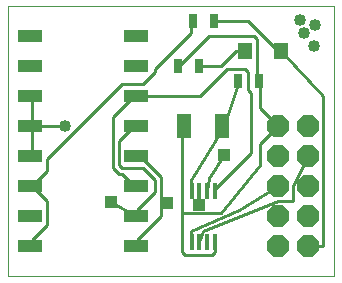
<source format=gtl>
G75*
%MOIN*%
%OFA0B0*%
%FSLAX25Y25*%
%IPPOS*%
%LPD*%
%AMOC8*
5,1,8,0,0,1.08239X$1,22.5*
%
%ADD10C,0.00000*%
%ADD11R,0.03150X0.04724*%
%ADD12R,0.04724X0.07874*%
%ADD13OC8,0.07400*%
%ADD14R,0.04724X0.05512*%
%ADD15R,0.07900X0.04300*%
%ADD16R,0.01700X0.05600*%
%ADD17C,0.01000*%
%ADD18C,0.04000*%
%ADD19R,0.03962X0.03962*%
D10*
X0001000Y0001000D02*
X0001000Y0090961D01*
X0109701Y0090961D01*
X0109701Y0001000D01*
X0001000Y0001000D01*
D11*
X0077457Y0066000D03*
X0084543Y0066000D03*
X0064543Y0071000D03*
X0057457Y0071000D03*
X0062457Y0086000D03*
X0069543Y0086000D03*
D12*
X0072299Y0051000D03*
X0059701Y0051000D03*
D13*
X0091000Y0051000D03*
X0101000Y0051000D03*
X0101000Y0041000D03*
X0091000Y0041000D03*
X0091000Y0031000D03*
X0101000Y0031000D03*
X0101000Y0021000D03*
X0091000Y0021000D03*
X0091000Y0011000D03*
X0101000Y0011000D03*
D14*
X0091906Y0076000D03*
X0080094Y0076000D03*
D15*
X0043700Y0071000D03*
X0043700Y0061000D03*
X0043700Y0051000D03*
X0043700Y0041000D03*
X0043700Y0031000D03*
X0043700Y0021000D03*
X0043700Y0011000D03*
X0008300Y0011000D03*
X0008300Y0021000D03*
X0008300Y0031000D03*
X0008300Y0041000D03*
X0008300Y0051000D03*
X0008300Y0061000D03*
X0008300Y0071000D03*
X0008300Y0081000D03*
X0043700Y0081000D03*
D16*
X0062161Y0029550D03*
X0064720Y0029550D03*
X0067280Y0029550D03*
X0069839Y0029550D03*
X0069839Y0012450D03*
X0067280Y0012450D03*
X0064720Y0012450D03*
X0062161Y0012450D03*
D17*
X0062000Y0013000D01*
X0062000Y0016000D01*
X0078000Y0023000D01*
X0091000Y0031000D01*
X0096000Y0031000D02*
X0096000Y0026000D01*
X0091000Y0026000D01*
X0066000Y0016000D01*
X0064720Y0012450D01*
X0069839Y0012450D02*
X0070000Y0012000D01*
X0070000Y0009000D01*
X0069000Y0008000D01*
X0060000Y0008000D01*
X0059000Y0009000D01*
X0058800Y0022000D01*
X0059000Y0051000D01*
X0059701Y0051000D01*
X0070000Y0046000D02*
X0072299Y0051000D01*
X0073000Y0051000D01*
X0078000Y0066000D01*
X0077457Y0066000D01*
X0081000Y0069000D02*
X0080000Y0070000D01*
X0074000Y0070000D01*
X0065000Y0061000D01*
X0043700Y0061000D01*
X0043000Y0061000D01*
X0036000Y0054000D01*
X0036000Y0037000D01*
X0038000Y0035000D01*
X0039000Y0035000D01*
X0043000Y0031000D01*
X0043700Y0031000D01*
X0046000Y0037000D02*
X0050000Y0033000D01*
X0050000Y0029000D01*
X0044000Y0023000D01*
X0044000Y0021000D01*
X0043700Y0021000D01*
X0035250Y0025800D01*
X0039000Y0037000D02*
X0038000Y0038000D01*
X0038000Y0046000D01*
X0043000Y0051000D01*
X0043700Y0051000D01*
X0043700Y0041000D02*
X0045000Y0041000D01*
X0052000Y0034000D01*
X0052000Y0024850D01*
X0054100Y0025250D01*
X0052000Y0024850D02*
X0052000Y0021000D01*
X0044000Y0013000D01*
X0044000Y0011000D01*
X0043700Y0011000D01*
X0058800Y0022000D02*
X0071800Y0022000D01*
X0085000Y0038000D01*
X0085000Y0045000D01*
X0091000Y0051000D01*
X0085000Y0057000D01*
X0085000Y0066000D01*
X0084543Y0066000D01*
X0084000Y0066000D01*
X0084000Y0080000D01*
X0083000Y0081000D01*
X0068000Y0081000D01*
X0058000Y0071000D01*
X0057457Y0071000D01*
X0050000Y0070000D02*
X0050000Y0069000D01*
X0046000Y0065000D01*
X0039000Y0065000D01*
X0014000Y0040000D01*
X0014000Y0036000D01*
X0009000Y0031000D01*
X0008300Y0031000D01*
X0009000Y0031000D02*
X0014000Y0026000D01*
X0014000Y0018000D01*
X0009000Y0013000D01*
X0009000Y0011000D01*
X0008300Y0011000D01*
X0039000Y0037000D02*
X0046000Y0037000D01*
X0062000Y0033000D02*
X0062000Y0030000D01*
X0062161Y0029550D01*
X0064720Y0029550D02*
X0064450Y0024650D01*
X0067280Y0029550D02*
X0068000Y0033800D01*
X0073000Y0041350D01*
X0070000Y0046000D02*
X0062000Y0033000D01*
X0070000Y0030000D02*
X0069839Y0029550D01*
X0070000Y0030000D02*
X0082000Y0042000D01*
X0082000Y0062000D01*
X0081000Y0063000D01*
X0081000Y0069000D01*
X0080094Y0076000D02*
X0077000Y0076000D01*
X0072000Y0071000D01*
X0064543Y0071000D01*
X0062000Y0082000D02*
X0050000Y0070000D01*
X0062000Y0082000D02*
X0062000Y0086000D01*
X0062457Y0086000D01*
X0069543Y0086000D02*
X0081000Y0086000D01*
X0091000Y0076000D01*
X0091906Y0076000D01*
X0106000Y0061000D01*
X0106000Y0011000D01*
X0101000Y0011000D01*
X0096000Y0031000D02*
X0101000Y0041000D01*
X0020000Y0051000D02*
X0009000Y0051000D01*
X0008300Y0051000D01*
X0009000Y0051000D02*
X0009000Y0061000D01*
X0008300Y0061000D01*
X0009000Y0051000D02*
X0009000Y0041000D01*
X0008300Y0041000D01*
D18*
X0020000Y0051000D03*
X0098300Y0086400D03*
X0099550Y0082000D03*
X0103400Y0084800D03*
X0103050Y0077650D03*
D19*
X0073000Y0041350D03*
X0054100Y0025250D03*
X0064450Y0024650D03*
X0035250Y0025800D03*
M02*

</source>
